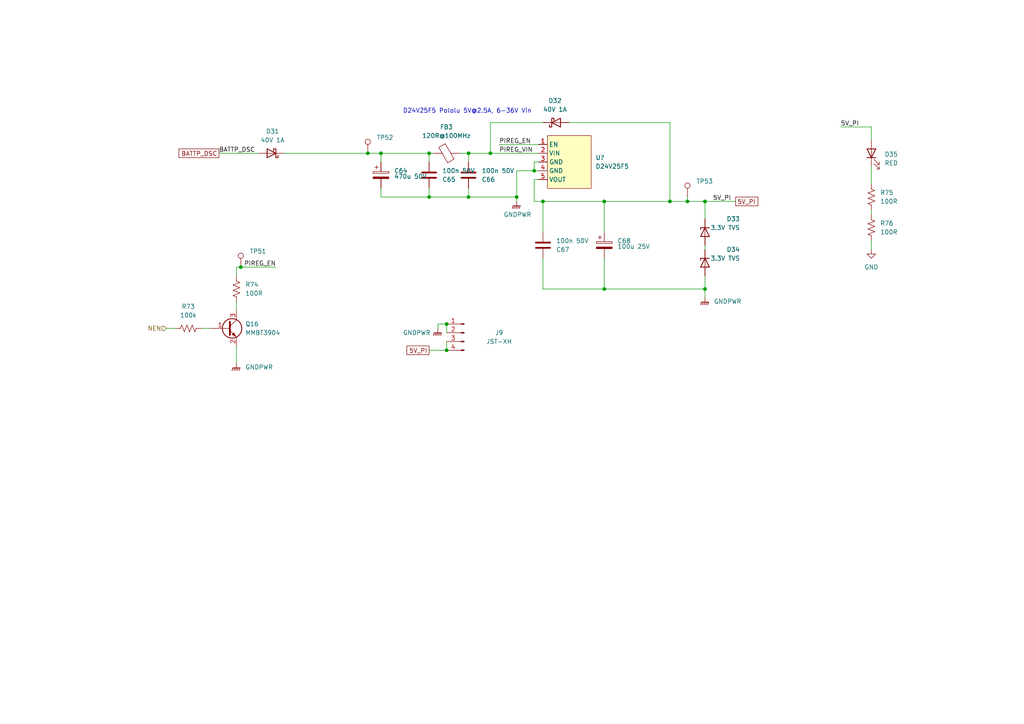
<source format=kicad_sch>
(kicad_sch (version 20211123) (generator eeschema)
  (paper "A4")
  (lib_symbols
    (symbol "Connector:Conn_01x04_Male" (pin_names (offset 1.016) hide)
      (property "Reference" "J" (at 0 5.08 0))
      (property "Value" "Conn_01x04_Male" (at 0 -7.62 0))
      (symbol "Conn_01x04_Male_1_1"
        (polyline (pts (xy 1.27 -5.08) (xy 0.8636 -5.08)) (stroke (width 0.1524)))
        (polyline (pts (xy 1.27 -2.54) (xy 0.8636 -2.54)) (stroke (width 0.1524)))
        (polyline (pts (xy 1.27 0) (xy 0.8636 0)) (stroke (width 0.1524)))
        (polyline (pts (xy 1.27 2.54) (xy 0.8636 2.54)) (stroke (width 0.1524)))
        (rectangle (start 0.8636 -4.953) (end 0 -5.207) (stroke (width 0.1524)) (fill (type outline)))
        (rectangle (start 0.8636 -2.413) (end 0 -2.667) (stroke (width 0.1524)) (fill (type outline)))
        (rectangle (start 0.8636 0.127) (end 0 -0.127) (stroke (width 0.1524)) (fill (type outline)))
        (rectangle (start 0.8636 2.667) (end 0 2.413) (stroke (width 0.1524)) (fill (type outline)))
        (pin passive line (at 5.08 2.54 180) (length 3.81) (name "Pin_1") (number "1"))
        (pin passive line (at 5.08 0 180) (length 3.81) (name "Pin_2") (number "2"))
        (pin passive line (at 5.08 -2.54 180) (length 3.81) (name "Pin_3") (number "3"))
        (pin passive line (at 5.08 -5.08 180) (length 3.81) (name "Pin_4") (number "4"))
      )
    )
    (symbol "Connector:TestPoint" (pin_numbers hide) (pin_names (offset 0.762) hide)
      (property "Reference" "TP" (at 0 6.858 0))
      (property "Value" "TestPoint" (at 0 5.08 0))
      (symbol "TestPoint_0_1"
        (circle (center 0 3.302) (radius 0.762))
      )
      (symbol "TestPoint_1_1"
        (pin passive line (at 0 0 90) (length 2.54) (name "1") (number "1"))
      )
    )
    (symbol "Device:C" (pin_numbers hide) (pin_names (offset 0.254))
      (property "Reference" "C" (at 0.635 2.54 0))
      (property "Value" "C" (at 0.635 -2.54 0))
      (symbol "C_0_1"
        (polyline (pts (xy -2.032 -0.762) (xy 2.032 -0.762)) (stroke (width 0.508)))
        (polyline (pts (xy -2.032 0.762) (xy 2.032 0.762)) (stroke (width 0.508)))
      )
      (symbol "C_1_1"
        (pin passive line (at 0 3.81 270) (length 2.794) (name "~") (number "1"))
        (pin passive line (at 0 -3.81 90) (length 2.794) (name "~") (number "2"))
      )
    )
    (symbol "Device:C_Polarized" (pin_numbers hide) (pin_names (offset 0.254))
      (property "Reference" "C" (at 0.635 2.54 0))
      (property "Value" "C_Polarized" (at 0.635 -2.54 0))
      (symbol "C_Polarized_0_1"
        (rectangle (start -2.286 0.508) (end 2.286 1.016))
        (polyline (pts (xy -1.778 2.286) (xy -0.762 2.286)))
        (polyline (pts (xy -1.27 2.794) (xy -1.27 1.778)))
        (rectangle (start 2.286 -0.508) (end -2.286 -1.016) (fill (type outline)))
      )
      (symbol "C_Polarized_1_1"
        (pin passive line (at 0 3.81 270) (length 2.794) (name "~") (number "1"))
        (pin passive line (at 0 -3.81 90) (length 2.794) (name "~") (number "2"))
      )
    )
    (symbol "Device:D_Schottky" (pin_numbers hide) (pin_names (offset 1.016) hide)
      (property "Reference" "D" (at 0 2.54 0))
      (property "Value" "D_Schottky" (at 0 -2.54 0))
      (symbol "D_Schottky_0_1"
        (polyline (pts (xy 1.27 0) (xy -1.27 0)))
        (polyline (pts (xy 1.27 1.27) (xy 1.27 -1.27) (xy -1.27 0) (xy 1.27 1.27)) (stroke (width 0.254)))
        (polyline (pts (xy -1.905 0.635) (xy -1.905 1.27) (xy -1.27 1.27) (xy -1.27 -1.27) (xy -0.635 -1.27) (xy -0.635 -0.635)) (stroke (width 0.254)))
      )
      (symbol "D_Schottky_1_1"
        (pin passive line (at -3.81 0 0) (length 2.54) (name "K") (number "1"))
        (pin passive line (at 3.81 0 180) (length 2.54) (name "A") (number "2"))
      )
    )
    (symbol "Device:FerriteBead" (pin_numbers hide) (pin_names (offset 0))
      (property "Reference" "FB" (at -3.81 0.635 90))
      (property "Value" "FerriteBead" (at 3.81 0 90))
      (symbol "FerriteBead_0_1"
        (polyline (pts (xy 0 -1.27) (xy 0 -1.2192)))
        (polyline (pts (xy 0 1.27) (xy 0 1.2954)))
        (polyline (pts (xy -2.7686 0.4064) (xy -1.7018 2.2606) (xy 2.7686 -0.3048) (xy 1.6764 -2.159) (xy -2.7686 0.4064)))
      )
      (symbol "FerriteBead_1_1"
        (pin passive line (at 0 3.81 270) (length 2.54) (name "~") (number "1"))
        (pin passive line (at 0 -3.81 90) (length 2.54) (name "~") (number "2"))
      )
    )
    (symbol "Device:LED" (pin_numbers hide) (pin_names (offset 1.016) hide)
      (property "Reference" "D" (at 0 2.54 0))
      (property "Value" "LED" (at 0 -2.54 0))
      (symbol "LED_0_1"
        (polyline (pts (xy -1.27 -1.27) (xy -1.27 1.27)) (stroke (width 0.254)))
        (polyline (pts (xy -1.27 0) (xy 1.27 0)))
        (polyline (pts (xy 1.27 -1.27) (xy 1.27 1.27) (xy -1.27 0) (xy 1.27 -1.27)) (stroke (width 0.254)))
        (polyline (pts (xy -3.048 -0.762) (xy -4.572 -2.286) (xy -3.81 -2.286) (xy -4.572 -2.286) (xy -4.572 -1.524)))
        (polyline (pts (xy -1.778 -0.762) (xy -3.302 -2.286) (xy -2.54 -2.286) (xy -3.302 -2.286) (xy -3.302 -1.524)))
      )
      (symbol "LED_1_1"
        (pin passive line (at -3.81 0 0) (length 2.54) (name "K") (number "1"))
        (pin passive line (at 3.81 0 180) (length 2.54) (name "A") (number "2"))
      )
    )
    (symbol "Device:R_US" (pin_numbers hide) (pin_names (offset 0))
      (property "Reference" "R" (at 2.54 0 90))
      (property "Value" "R_US" (at -2.54 0 90))
      (symbol "R_US_0_1"
        (polyline (pts (xy 0 -2.286) (xy 0 -2.54)))
        (polyline (pts (xy 0 2.286) (xy 0 2.54)))
        (polyline (pts (xy 0 -0.762) (xy 1.016 -1.143) (xy 0 -1.524) (xy -1.016 -1.905) (xy 0 -2.286)))
        (polyline (pts (xy 0 0.762) (xy 1.016 0.381) (xy 0 0) (xy -1.016 -0.381) (xy 0 -0.762)))
        (polyline (pts (xy 0 2.286) (xy 1.016 1.905) (xy 0 1.524) (xy -1.016 1.143) (xy 0 0.762)))
      )
      (symbol "R_US_1_1"
        (pin passive line (at 0 3.81 270) (length 1.27) (name "~") (number "1"))
        (pin passive line (at 0 -3.81 90) (length 1.27) (name "~") (number "2"))
      )
    )
    (symbol "Diode:ESD5Zxx" (pin_numbers hide) (pin_names hide)
      (property "Reference" "D" (at 0 2.54 0))
      (property "Value" "ESD5Zxx" (at 0 -2.54 0))
      (symbol "ESD5Zxx_0_1"
        (polyline (pts (xy 1.27 0) (xy -1.27 0)))
        (polyline (pts (xy -1.27 -1.27) (xy -1.27 1.27) (xy -0.762 1.27)) (stroke (width 0.254)))
        (polyline (pts (xy 1.27 -1.27) (xy 1.27 1.27) (xy -1.27 0) (xy 1.27 -1.27)) (stroke (width 0.254)))
      )
      (symbol "ESD5Zxx_1_1"
        (pin passive line (at -3.81 0 0) (length 2.54) (name "K") (number "1"))
        (pin passive line (at 3.81 0 180) (length 2.54) (name "A") (number "2"))
      )
    )
    (symbol "Transistor_BJT:MMBT3904" (pin_names (offset 0) hide)
      (property "Reference" "Q" (at 5.08 1.905 0))
      (property "Value" "MMBT3904" (at 5.08 0 0))
      (symbol "MMBT3904_0_1"
        (polyline (pts (xy 0.635 0.635) (xy 2.54 2.54)))
        (polyline (pts (xy 0.635 -0.635) (xy 2.54 -2.54) (xy 2.54 -2.54)))
        (polyline (pts (xy 0.635 1.905) (xy 0.635 -1.905) (xy 0.635 -1.905)) (stroke (width 0.508)))
        (polyline (pts (xy 1.27 -1.778) (xy 1.778 -1.27) (xy 2.286 -2.286) (xy 1.27 -1.778) (xy 1.27 -1.778)) (fill (type outline)))
        (circle (center 1.27 0) (radius 2.8194) (stroke (width 0.254)))
      )
      (symbol "MMBT3904_1_1"
        (pin input line (at -5.08 0 0) (length 5.715) (name "B") (number "1"))
        (pin passive line (at 2.54 -5.08 90) (length 2.54) (name "E") (number "2"))
        (pin passive line (at 2.54 5.08 270) (length 2.54) (name "C") (number "3"))
      )
    )
    (symbol "local:D24V25F5"
      (property "Reference" "U" (at 0 0 0))
      (property "Value" "D24V25F5" (at 0 -2.54 0))
      (symbol "D24V25F5_0_1"
        (rectangle (start -6.35 -3.81) (end 6.35 -19.05) (fill (type background)))
      )
      (symbol "D24V25F5_1_1"
        (pin input line (at -8.89 -6.35 0) (length 2.54) (name "EN") (number "1"))
        (pin power_in line (at -8.89 -8.89 0) (length 2.54) (name "VIN") (number "2"))
        (pin power_in line (at -8.89 -11.43 0) (length 2.54) (name "GND") (number "3"))
        (pin power_in line (at -8.89 -13.97 0) (length 2.54) (name "GND") (number "4"))
        (pin power_out line (at -8.89 -16.51 0) (length 2.54) (name "VOUT") (number "5"))
      )
    )
    (symbol "power:GND" (power) (pin_names (offset 0))
      (property "Value" "GND" (at 0 -3.81 0))
      (symbol "GND_0_1"
        (polyline (pts (xy 0 0) (xy 0 -1.27) (xy 1.27 -1.27) (xy 0 -2.54) (xy -1.27 -1.27) (xy 0 -1.27)))
      )
      (symbol "GND_1_1"
        (pin power_in line (at 0 0 270) (length 0) hide (name "GND") (number "1"))
      )
    )
    (symbol "power:GNDPWR" (power) (pin_names (offset 0))
      (property "Value" "GNDPWR" (at 0 -3.302 0))
      (symbol "GNDPWR_0_1"
        (polyline (pts (xy 0 -1.27) (xy 0 0)))
        (polyline (pts (xy -1.016 -1.27) (xy -1.27 -2.032) (xy -1.27 -2.032)) (stroke (width 0.2032)))
        (polyline (pts (xy -0.508 -1.27) (xy -0.762 -2.032) (xy -0.762 -2.032)) (stroke (width 0.2032)))
        (polyline (pts (xy 0 -1.27) (xy -0.254 -2.032) (xy -0.254 -2.032)) (stroke (width 0.2032)))
        (polyline (pts (xy 0.508 -1.27) (xy 0.254 -2.032) (xy 0.254 -2.032)) (stroke (width 0.2032)))
        (polyline (pts (xy 1.016 -1.27) (xy -1.016 -1.27) (xy -1.016 -1.27)) (stroke (width 0.2032)))
        (polyline (pts (xy 1.016 -1.27) (xy 0.762 -2.032) (xy 0.762 -2.032) (xy 0.762 -2.032)) (stroke (width 0.2032)))
      )
      (symbol "GNDPWR_1_1"
        (pin power_in line (at 0 0 270) (length 0) hide (name "GNDPWR") (number "1"))
      )
    )
  )
  (junction (at 175.26 83.82))
  (junction (at 194.31 58.42))
  (junction (at 199.39 58.42))
  (junction (at 106.68 44.45))
  (junction (at 69.85 77.47))
  (junction (at 157.48 58.42))
  (junction (at 154.94 49.53))
  (junction (at 124.46 57.15))
  (junction (at 204.47 58.42))
  (junction (at 129.54 93.98))
  (junction (at 142.24 44.45))
  (junction (at 175.26 58.42))
  (junction (at 149.86 57.15))
  (junction (at 135.89 44.45))
  (junction (at 124.46 44.45))
  (junction (at 135.89 57.15))
  (junction (at 204.47 83.82))
  (junction (at 129.54 101.6))
  (junction (at 110.49 44.45))
  (wire (pts (xy 252.73 48.26) (xy 252.73 53.34)))
  (wire (pts (xy 144.78 41.91) (xy 156.21 41.91)))
  (wire (pts (xy 129.54 101.6) (xy 129.54 99.06)))
  (wire (pts (xy 204.47 71.12) (xy 204.47 72.39)))
  (wire (pts (xy 110.49 57.15) (xy 124.46 57.15)))
  (wire (pts (xy 252.73 60.96) (xy 252.73 62.23)))
  (wire (pts (xy 204.47 80.01) (xy 204.47 83.82)))
  (wire (pts (xy 124.46 101.6) (xy 129.54 101.6)))
  (wire (pts (xy 175.26 74.93) (xy 175.26 83.82)))
  (wire (pts (xy 68.58 100.33) (xy 68.58 105.41)))
  (wire (pts (xy 106.68 44.45) (xy 110.49 44.45)))
  (wire (pts (xy 157.48 58.42) (xy 175.26 58.42)))
  (wire (pts (xy 135.89 57.15) (xy 149.86 57.15)))
  (wire (pts (xy 142.24 35.56) (xy 142.24 44.45)))
  (wire (pts (xy 110.49 44.45) (xy 110.49 46.99)))
  (wire (pts (xy 63.5 44.45) (xy 74.93 44.45)))
  (wire (pts (xy 243.84 36.83) (xy 252.73 36.83)))
  (wire (pts (xy 199.39 58.42) (xy 199.39 57.15)))
  (wire (pts (xy 204.47 58.42) (xy 204.47 63.5)))
  (wire (pts (xy 157.48 35.56) (xy 142.24 35.56)))
  (wire (pts (xy 157.48 83.82) (xy 175.26 83.82)))
  (wire (pts (xy 124.46 44.45) (xy 125.73 44.45)))
  (wire (pts (xy 154.94 49.53) (xy 156.21 49.53)))
  (wire (pts (xy 204.47 58.42) (xy 213.36 58.42)))
  (wire (pts (xy 252.73 69.85) (xy 252.73 72.39)))
  (wire (pts (xy 154.94 46.99) (xy 154.94 49.53)))
  (wire (pts (xy 48.26 95.25) (xy 50.8 95.25)))
  (wire (pts (xy 110.49 54.61) (xy 110.49 57.15)))
  (wire (pts (xy 165.1 35.56) (xy 194.31 35.56)))
  (wire (pts (xy 175.26 83.82) (xy 204.47 83.82)))
  (wire (pts (xy 127 95.25) (xy 127 93.98)))
  (wire (pts (xy 175.26 58.42) (xy 194.31 58.42)))
  (wire (pts (xy 175.26 58.42) (xy 175.26 67.31)))
  (wire (pts (xy 135.89 44.45) (xy 142.24 44.45)))
  (wire (pts (xy 124.46 44.45) (xy 124.46 46.99)))
  (wire (pts (xy 58.42 95.25) (xy 60.96 95.25)))
  (wire (pts (xy 124.46 54.61) (xy 124.46 57.15)))
  (wire (pts (xy 133.35 44.45) (xy 135.89 44.45)))
  (wire (pts (xy 127 93.98) (xy 129.54 93.98)))
  (wire (pts (xy 204.47 86.36) (xy 204.47 83.82)))
  (wire (pts (xy 154.94 52.07) (xy 154.94 58.42)))
  (wire (pts (xy 124.46 57.15) (xy 135.89 57.15)))
  (wire (pts (xy 69.85 77.47) (xy 68.58 77.47)))
  (wire (pts (xy 154.94 58.42) (xy 157.48 58.42)))
  (wire (pts (xy 149.86 58.42) (xy 149.86 57.15)))
  (wire (pts (xy 68.58 90.17) (xy 68.58 87.63)))
  (wire (pts (xy 157.48 58.42) (xy 157.48 67.31)))
  (wire (pts (xy 135.89 54.61) (xy 135.89 57.15)))
  (wire (pts (xy 80.01 77.47) (xy 69.85 77.47)))
  (wire (pts (xy 149.86 49.53) (xy 154.94 49.53)))
  (wire (pts (xy 68.58 77.47) (xy 68.58 80.01)))
  (wire (pts (xy 252.73 36.83) (xy 252.73 40.64)))
  (wire (pts (xy 194.31 58.42) (xy 199.39 58.42)))
  (wire (pts (xy 199.39 58.42) (xy 204.47 58.42)))
  (wire (pts (xy 129.54 96.52) (xy 129.54 93.98)))
  (wire (pts (xy 156.21 46.99) (xy 154.94 46.99)))
  (wire (pts (xy 194.31 35.56) (xy 194.31 58.42)))
  (wire (pts (xy 110.49 44.45) (xy 124.46 44.45)))
  (wire (pts (xy 157.48 74.93) (xy 157.48 83.82)))
  (wire (pts (xy 82.55 44.45) (xy 106.68 44.45)))
  (wire (pts (xy 156.21 52.07) (xy 154.94 52.07)))
  (wire (pts (xy 135.89 46.99) (xy 135.89 44.45)))
  (wire (pts (xy 142.24 44.45) (xy 156.21 44.45)))
  (wire (pts (xy 149.86 49.53) (xy 149.86 57.15)))
  (text "D24V25F5 Pololu 5V@2.5A, 6-36V Vin" (at 116.84 33.02 0) (effects (font (size 1.27 1.27)) (justify left bottom)))
  (label "PIREG_VIN" (at 144.78 44.45 0))
  (label "5V_PI" (at 212.09 58.42 180))
  (label "5V_PI" (at 243.84 36.83 0))
  (label "PIREG_EN" (at 144.78 41.91 0))
  (label "PIREG_EN" (at 80.01 77.47 180))
  (label "BATTP_DSC" (at 63.5 44.45 0))
  (global_label "BATTP_DSC" (shape passive) (at 63.5 44.45 180) (property "Intersheet References" "${INTERSHEET_REFS}" (effects hide)))
  (global_label "5V_PI" (shape passive) (at 124.46 101.6 180) (property "Intersheet References" "${INTERSHEET_REFS}" (effects hide)))
  (global_label "5V_PI" (shape passive) (at 213.36 58.42 0) (property "Intersheet References" "${INTERSHEET_REFS}" (effects hide)))
  (hierarchical_label "NEN" (shape input) (at 48.26 95.25 180))
  (symbol (lib_id "Device:R_US") (at 252.73 57.15 180) (unit 1)
    (property "Reference" "R75" (at 255.27 55.8799 0) (effects (justify right)))
    (property "Value" "100R" (at 255.27 58.4199 0) (effects (justify right)))
    (property "Footprint" "Resistor_SMD:R_0805_2012Metric_Pad1.20x1.40mm_HandSolder" (effects hide))
    (property "part_number" "RC0805FR-07100RL" (effects hide))
  )
  (symbol (lib_id "Diode:ESD5Zxx") (at 204.47 67.31 90) (mirror x) (unit 1)
    (property "Reference" "D33" (at 214.63 63.5 90) (effects (justify left)))
    (property "Value" "3.3V TVS" (at 214.63 66.04 90) (effects (justify left)))
    (property "Footprint" "Diode_SMD:D_SOD-323_HandSoldering" (effects hide))
    (property "Datasheet" "https://www.onsemi.com/pdf/datasheet/esd5z2.5t1-d.pdf" (effects hide))
    (property "part_number" "ESD5Z3.3T5G" (effects hide))
  )
  (symbol (lib_id "Connector:TestPoint") (at 199.39 57.15 0) (unit 1)
    (property "Reference" "TP53" (at 201.93 52.5779 0) (effects (justify left)))
    (property "Value" " " (effects hide))
    (property "Footprint" "Connector_PinHeader_2.54mm:PinHeader_1x01_P2.54mm_Vertical" (effects hide))
  )
  (symbol (lib_id "power:GNDPWR") (at 149.86 58.42 0) (unit 1)
    (property "Reference" "#PWR084" (effects hide))
    (property "Value" "GNDPWR" (at 146.05 62.23 0) (effects (justify left)))
  )
  (symbol (lib_id "Device:FerriteBead") (at 129.54 44.45 90) (mirror x) (unit 1)
    (property "Reference" "FB3" (at 129.4892 36.83 90))
    (property "Value" "120R@100MHz" (at 129.4892 39.37 90))
    (property "Footprint" "Resistor_SMD:R_0805_2012Metric" (effects hide))
    (property "part_number" "HI0805O121R-10" (effects hide))
  )
  (symbol (lib_id "Connector:TestPoint") (at 69.85 77.47 0) (unit 1)
    (property "Reference" "TP51" (at 72.39 72.8979 0) (effects (justify left)))
    (property "Value" " " (effects hide))
    (property "Footprint" "Connector_PinHeader_2.54mm:PinHeader_1x01_P2.54mm_Vertical" (effects hide))
  )
  (symbol (lib_id "Diode:ESD5Zxx") (at 204.47 76.2 90) (mirror x) (unit 1)
    (property "Reference" "D34" (at 214.63 72.39 90) (effects (justify left)))
    (property "Value" "3.3V TVS" (at 214.63 74.93 90) (effects (justify left)))
    (property "Footprint" "Diode_SMD:D_SOD-323_HandSoldering" (effects hide))
    (property "Datasheet" "https://www.onsemi.com/pdf/datasheet/esd5z2.5t1-d.pdf" (effects hide))
    (property "part_number" "ESD5Z3.3T5G" (effects hide))
  )
  (symbol (lib_id "Device:R_US") (at 252.73 66.04 180) (unit 1)
    (property "Reference" "R76" (at 255.27 64.7699 0) (effects (justify right)))
    (property "Value" "100R" (at 255.27 67.3099 0) (effects (justify right)))
    (property "Footprint" "Resistor_SMD:R_0805_2012Metric_Pad1.20x1.40mm_HandSolder" (effects hide))
    (property "part_number" "RC0805FR-07100RL" (effects hide))
  )
  (symbol (lib_id "Device:C_Polarized") (at 110.49 50.8 0) (unit 1)
    (property "Reference" "C64" (at 114.3 49.53 0) (effects (justify left)))
    (property "Value" "470u 50V" (at 114.3 51.1809 0) (effects (justify left)))
    (property "Footprint" "Capacitor_THT:C_Radial_D12.5mm_H25.0mm_P5.00mm" (effects hide))
    (property "part_number" "EEU-FM1H471" (effects hide))
  )
  (symbol (lib_id "power:GND") (at 252.73 72.39 0) (unit 1)
    (property "Reference" "#PWR086" (effects hide))
    (property "Value" "GND" (at 252.73 77.47 0))
  )
  (symbol (lib_id "local:D24V25F5") (at 165.1 35.56 0) (unit 1)
    (property "Reference" "U?" (at 172.72 45.7199 0) (effects (justify left)))
    (property "Value" "D24V25F5" (at 172.72 48.2599 0) (effects (justify left)))
    (property "Footprint" "lib:D24V25F5" (effects hide))
    (property "Datasheet" "https://www.pololu.com/product/2850" (effects hide))
  )
  (symbol (lib_id "Device:D_Schottky") (at 78.74 44.45 180) (unit 1)
    (property "Reference" "D31" (at 79.0575 38.1 0))
    (property "Value" "40V 1A" (at 79.0575 40.64 0))
    (property "Footprint" "Diode_SMD:D_SOD-323_HandSoldering" (effects hide))
    (property "part_number" "1N5819WS" (effects hide))
  )
  (symbol (lib_id "Device:C") (at 124.46 50.8 0) (mirror x) (unit 1)
    (property "Reference" "C65" (at 128.27 52.07 0) (effects (justify left)))
    (property "Value" "100n 50V" (at 128.27 49.53 0) (effects (justify left)))
    (property "Footprint" "Capacitor_SMD:C_0805_2012Metric" (effects hide))
    (property "part_number" "GCD21BR71H104KA01L" (effects hide))
  )
  (symbol (lib_id "Device:LED") (at 252.73 44.45 90) (unit 1)
    (property "Reference" "D35" (at 256.54 44.7674 90) (effects (justify right)))
    (property "Value" "RED" (at 256.54 47.3074 90) (effects (justify right)))
    (property "Footprint" "LED_SMD:LED_0805_2012Metric_Pad1.15x1.40mm_HandSolder" (effects hide))
    (property "part_number" "LTST-C171KRKT" (effects hide))
  )
  (symbol (lib_id "Connector:TestPoint") (at 106.68 44.45 0) (unit 1)
    (property "Reference" "TP52" (at 109.22 39.8779 0) (effects (justify left)))
    (property "Value" " " (effects hide))
    (property "Footprint" "Connector_PinHeader_2.54mm:PinHeader_1x01_P2.54mm_Vertical" (effects hide))
  )
  (symbol (lib_id "Device:R_US") (at 54.61 95.25 90) (unit 1)
    (property "Reference" "R73" (at 54.61 88.9 90))
    (property "Value" "100k" (at 54.61 91.44 90))
    (property "Footprint" "Resistor_SMD:R_0805_2012Metric_Pad1.20x1.40mm_HandSolder" (effects hide))
    (property "part_number" "RC0805FR-07100KL" (effects hide))
  )
  (symbol (lib_id "Device:D_Schottky") (at 161.29 35.56 0) (mirror x) (unit 1)
    (property "Reference" "D32" (at 160.9725 29.21 0))
    (property "Value" "40V 1A" (at 160.9725 31.75 0))
    (property "Footprint" "Diode_SMD:D_SOD-323_HandSoldering" (effects hide))
    (property "part_number" "1N5819WS" (effects hide))
  )
  (symbol (lib_id "power:GNDPWR") (at 127 95.25 0) (unit 1)
    (property "Reference" "#PWR083" (effects hide))
    (property "Value" "GNDPWR" (at 116.84 96.52 0) (effects (justify left)))
  )
  (symbol (lib_id "Device:C") (at 157.48 71.12 0) (mirror x) (unit 1)
    (property "Reference" "C67" (at 161.29 72.39 0) (effects (justify left)))
    (property "Value" "100n 50V" (at 161.29 69.85 0) (effects (justify left)))
    (property "Footprint" "Capacitor_SMD:C_0805_2012Metric" (effects hide))
    (property "part_number" "GCD21BR71H104KA01L" (effects hide))
  )
  (symbol (lib_id "power:GNDPWR") (at 204.47 86.36 0) (unit 1)
    (property "Reference" "#PWR085" (effects hide))
    (property "Value" "GNDPWR" (at 207.01 87.4267 0) (effects (justify left)))
  )
  (symbol (lib_id "Connector:Conn_01x04_Male") (at 134.62 96.52 0) (mirror y) (unit 1)
    (property "Reference" "J9" (at 144.78 96.52 0))
    (property "Value" "JST-XH" (at 144.78 99.06 0))
    (property "Footprint" "Connector_JST:JST_XH_B4B-XH-A_1x04_P2.50mm_Vertical" (effects hide))
  )
  (symbol (lib_id "Device:C") (at 135.89 50.8 0) (mirror x) (unit 1)
    (property "Reference" "C66" (at 139.7 52.07 0) (effects (justify left)))
    (property "Value" "100n 50V" (at 139.7 49.53 0) (effects (justify left)))
    (property "Footprint" "Capacitor_SMD:C_0805_2012Metric" (effects hide))
    (property "part_number" "GCD21BR71H104KA01L" (effects hide))
  )
  (symbol (lib_id "power:GNDPWR") (at 68.58 105.41 0) (unit 1)
    (property "Reference" "#PWR082" (effects hide))
    (property "Value" "GNDPWR" (at 71.12 106.4767 0) (effects (justify left)))
  )
  (symbol (lib_id "Device:R_US") (at 68.58 83.82 180) (unit 1)
    (property "Reference" "R74" (at 71.12 82.5499 0) (effects (justify right)))
    (property "Value" "100R" (at 71.12 85.0899 0) (effects (justify right)))
    (property "Footprint" "Resistor_SMD:R_0805_2012Metric_Pad1.20x1.40mm_HandSolder" (effects hide))
    (property "part_number" "RC0805FR-07100RL" (effects hide))
  )
  (symbol (lib_id "Transistor_BJT:MMBT3904") (at 66.04 95.25 0) (unit 1)
    (property "Reference" "Q16" (at 71.12 93.9799 0) (effects (justify left)))
    (property "Value" "MMBT3904" (at 71.12 96.5199 0) (effects (justify left)))
    (property "Footprint" "Package_TO_SOT_SMD:SOT-23" (effects hide))
    (property "Datasheet" "https://www.onsemi.com/pub/Collateral/2N3903-D.PDF" (effects hide))
    (property "part_number" "MMBT3904" (effects hide))
  )
  (symbol (lib_id "Device:C_Polarized") (at 175.26 71.12 0) (unit 1)
    (property "Reference" "C68" (at 179.07 69.85 0) (effects (justify left)))
    (property "Value" "100u 25V" (at 179.07 71.5009 0) (effects (justify left)))
    (property "Footprint" "Capacitor_THT:CP_Radial_D6.3mm_P2.50mm" (effects hide))
    (property "part_number" "EEU-FR1E101B" (effects hide))
  )
)
</source>
